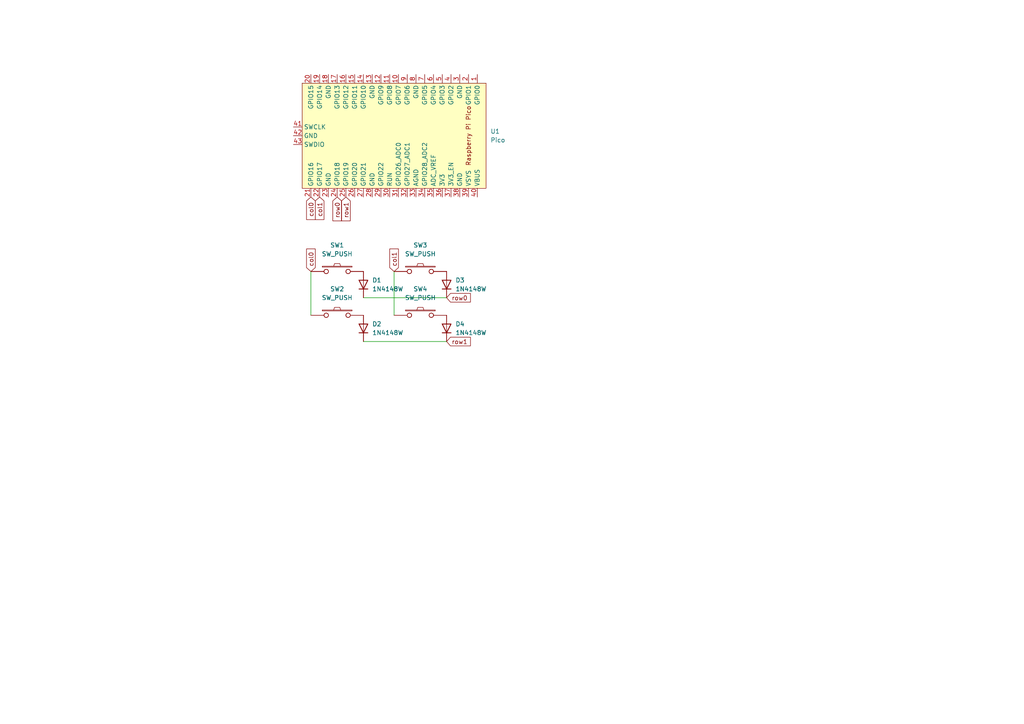
<source format=kicad_sch>
(kicad_sch (version 20211123) (generator eeschema)
  (paper "A4")
  (lib_symbols
    (symbol "Diode:1N4148W" (pin_numbers hide) (pin_names (offset 1.016) hide)
      (property "Reference" "D" (at 0 2.54 0))
      (property "Value" "1N4148W" (at 0 -2.54 0))
      (symbol "1N4148W_0_1"
        (polyline (pts (xy -1.27 1.27) (xy -1.27 -1.27)) (stroke (width 0.254)))
        (polyline (pts (xy 1.27 0) (xy -1.27 0)))
        (polyline (pts (xy 1.27 1.27) (xy 1.27 -1.27) (xy -1.27 0) (xy 1.27 1.27)) (stroke (width 0.254)))
      )
      (symbol "1N4148W_1_1"
        (pin passive line (at -3.81 0 0) (length 2.54) (name "K") (number "1"))
        (pin passive line (at 3.81 0 180) (length 2.54) (name "A") (number "2"))
      )
    )
    (symbol "kbd:SW_PUSH" (pin_numbers hide) (pin_names (offset 1.016) hide)
      (property "Reference" "SW" (at 3.81 2.794 0))
      (property "Value" "SW_PUSH" (at 0 -2.032 0))
      (symbol "SW_PUSH_0_1"
        (rectangle (start -4.318 1.27) (end 4.318 1.524))
        (polyline (pts (xy -1.016 1.524) (xy -0.762 2.286) (xy 0.762 2.286) (xy 1.016 1.524)))
        (pin passive inverted (at -7.62 0 0) (length 5.08) (name "1") (number "1"))
        (pin passive inverted (at 7.62 0 180) (length 5.08) (name "2") (number "2"))
      )
    )
    (symbol "pg1425:Pico"
      (property "Reference" "U" (at -13.97 27.94 0))
      (property "Value" "Pico" (at 0 19.05 0))
      (symbol "Pico_0_0"
        (text "Raspberry Pi Pico" (at 0 21.59 0) (effects (font (size 1.27 1.27))))
      )
      (symbol "Pico_0_1"
        (rectangle (start -15.24 26.67) (end 15.24 -26.67) (fill (type background)))
      )
      (symbol "Pico_1_1"
        (pin bidirectional line (at -17.78 24.13 0) (length 2.54) (name "GPIO0") (number "1"))
        (pin bidirectional line (at -17.78 1.27 0) (length 2.54) (name "GPIO7") (number "10"))
        (pin bidirectional line (at -17.78 -1.27 0) (length 2.54) (name "GPIO8") (number "11"))
        (pin bidirectional line (at -17.78 -3.81 0) (length 2.54) (name "GPIO9") (number "12"))
        (pin power_in line (at -17.78 -6.35 0) (length 2.54) (name "GND") (number "13"))
        (pin bidirectional line (at -17.78 -8.89 0) (length 2.54) (name "GPIO10") (number "14"))
        (pin bidirectional line (at -17.78 -11.43 0) (length 2.54) (name "GPIO11") (number "15"))
        (pin bidirectional line (at -17.78 -13.97 0) (length 2.54) (name "GPIO12") (number "16"))
        (pin bidirectional line (at -17.78 -16.51 0) (length 2.54) (name "GPIO13") (number "17"))
        (pin power_in line (at -17.78 -19.05 0) (length 2.54) (name "GND") (number "18"))
        (pin bidirectional line (at -17.78 -21.59 0) (length 2.54) (name "GPIO14") (number "19"))
        (pin bidirectional line (at -17.78 21.59 0) (length 2.54) (name "GPIO1") (number "2"))
        (pin bidirectional line (at -17.78 -24.13 0) (length 2.54) (name "GPIO15") (number "20"))
        (pin bidirectional line (at 17.78 -24.13 180) (length 2.54) (name "GPIO16") (number "21"))
        (pin bidirectional line (at 17.78 -21.59 180) (length 2.54) (name "GPIO17") (number "22"))
        (pin power_in line (at 17.78 -19.05 180) (length 2.54) (name "GND") (number "23"))
        (pin bidirectional line (at 17.78 -16.51 180) (length 2.54) (name "GPIO18") (number "24"))
        (pin bidirectional line (at 17.78 -13.97 180) (length 2.54) (name "GPIO19") (number "25"))
        (pin bidirectional line (at 17.78 -11.43 180) (length 2.54) (name "GPIO20") (number "26"))
        (pin bidirectional line (at 17.78 -8.89 180) (length 2.54) (name "GPIO21") (number "27"))
        (pin power_in line (at 17.78 -6.35 180) (length 2.54) (name "GND") (number "28"))
        (pin bidirectional line (at 17.78 -3.81 180) (length 2.54) (name "GPIO22") (number "29"))
        (pin power_in line (at -17.78 19.05 0) (length 2.54) (name "GND") (number "3"))
        (pin input line (at 17.78 -1.27 180) (length 2.54) (name "RUN") (number "30"))
        (pin bidirectional line (at 17.78 1.27 180) (length 2.54) (name "GPIO26_ADC0") (number "31"))
        (pin bidirectional line (at 17.78 3.81 180) (length 2.54) (name "GPIO27_ADC1") (number "32"))
        (pin power_in line (at 17.78 6.35 180) (length 2.54) (name "AGND") (number "33"))
        (pin bidirectional line (at 17.78 8.89 180) (length 2.54) (name "GPIO28_ADC2") (number "34"))
        (pin power_in line (at 17.78 11.43 180) (length 2.54) (name "ADC_VREF") (number "35"))
        (pin power_in line (at 17.78 13.97 180) (length 2.54) (name "3V3") (number "36"))
        (pin input line (at 17.78 16.51 180) (length 2.54) (name "3V3_EN") (number "37"))
        (pin bidirectional line (at 17.78 19.05 180) (length 2.54) (name "GND") (number "38"))
        (pin power_in line (at 17.78 21.59 180) (length 2.54) (name "VSYS") (number "39"))
        (pin bidirectional line (at -17.78 16.51 0) (length 2.54) (name "GPIO2") (number "4"))
        (pin power_in line (at 17.78 24.13 180) (length 2.54) (name "VBUS") (number "40"))
        (pin input line (at -2.54 -29.21 90) (length 2.54) (name "SWCLK") (number "41"))
        (pin power_in line (at 0 -29.21 90) (length 2.54) (name "GND") (number "42"))
        (pin bidirectional line (at 2.54 -29.21 90) (length 2.54) (name "SWDIO") (number "43"))
        (pin bidirectional line (at -17.78 13.97 0) (length 2.54) (name "GPIO3") (number "5"))
        (pin bidirectional line (at -17.78 11.43 0) (length 2.54) (name "GPIO4") (number "6"))
        (pin bidirectional line (at -17.78 8.89 0) (length 2.54) (name "GPIO5") (number "7"))
        (pin power_in line (at -17.78 6.35 0) (length 2.54) (name "GND") (number "8"))
        (pin bidirectional line (at -17.78 3.81 0) (length 2.54) (name "GPIO6") (number "9"))
      )
    )
  )
  (wire (pts (xy 114.3 78.74) (xy 114.3 91.44)))
  (wire (pts (xy 90.17 78.74) (xy 90.17 91.44)))
  (wire (pts (xy 105.41 86.36) (xy 129.54 86.36)))
  (wire (pts (xy 105.41 99.06) (xy 129.54 99.06)))
  (global_label "col1" (shape input) (at 92.71 57.15 270) (property "Intersheet References" "${INTERSHEET_REFS}" (effects hide)))
  (global_label "col1" (shape input) (at 114.3 78.74 90) (property "Intersheet References" "${INTERSHEET_REFS}" (effects hide)))
  (global_label "row1" (shape input) (at 129.54 99.06 0) (property "Intersheet References" "${INTERSHEET_REFS}" (effects hide)))
  (global_label "row1" (shape input) (at 100.33 57.15 270) (property "Intersheet References" "${INTERSHEET_REFS}" (effects hide)))
  (global_label "col0" (shape input) (at 90.17 78.74 90) (property "Intersheet References" "${INTERSHEET_REFS}" (effects hide)))
  (global_label "row0" (shape input) (at 129.54 86.36 0) (property "Intersheet References" "${INTERSHEET_REFS}" (effects hide)))
  (global_label "col0" (shape input) (at 90.17 57.15 270) (property "Intersheet References" "${INTERSHEET_REFS}" (effects hide)))
  (global_label "row0" (shape input) (at 97.79 57.15 270) (property "Intersheet References" "${INTERSHEET_REFS}" (effects hide)))
  (symbol (lib_id "Diode:1N4148W") (at 129.54 82.55 90) (unit 1)
    (property "Reference" "D3" (at 132.08 81.2799 90) (effects (justify right)))
    (property "Value" "1N4148W" (at 132.08 83.8199 90) (effects (justify right)))
    (property "Footprint" "Diode_SMD:D_SOD-123" (effects hide))
    (property "Datasheet" "https://www.vishay.com/docs/85748/1n4148w.pdf" (effects hide))
  )
  (symbol (lib_id "Diode:1N4148W") (at 105.41 95.25 90) (unit 1)
    (property "Reference" "D2" (at 107.95 93.9799 90) (effects (justify right)))
    (property "Value" "1N4148W" (at 107.95 96.5199 90) (effects (justify right)))
    (property "Footprint" "Diode_SMD:D_SOD-123" (effects hide))
    (property "Datasheet" "https://www.vishay.com/docs/85748/1n4148w.pdf" (effects hide))
  )
  (symbol (lib_id "Diode:1N4148W") (at 129.54 95.25 90) (unit 1)
    (property "Reference" "D4" (at 132.08 93.9799 90) (effects (justify right)))
    (property "Value" "1N4148W" (at 132.08 96.5199 90) (effects (justify right)))
    (property "Footprint" "Diode_SMD:D_SOD-123" (effects hide))
    (property "Datasheet" "https://www.vishay.com/docs/85748/1n4148w.pdf" (effects hide))
  )
  (symbol (lib_id "pg1425:Pico") (at 114.3 39.37 270) (unit 1)
    (property "Reference" "U1" (at 142.24 38.0999 90) (effects (justify left)))
    (property "Value" "Pico" (at 142.24 40.6399 90) (effects (justify left)))
    (property "Footprint" "RPi-Pico:RPi_Pico_SMD_TH" (effects hide))
  )
  (symbol (lib_id "kbd:SW_PUSH") (at 121.92 91.44 0) (unit 1)
    (property "Reference" "SW4" (at 121.92 83.82 0))
    (property "Value" "SW_PUSH" (at 121.92 86.36 0))
    (property "Footprint" "pg1425:Kailh-PG1425-X-Switch" (effects hide))
  )
  (symbol (lib_id "kbd:SW_PUSH") (at 121.92 78.74 0) (unit 1)
    (property "Reference" "SW3" (at 121.92 71.12 0))
    (property "Value" "SW_PUSH" (at 121.92 73.66 0))
    (property "Footprint" "pg1425:Kailh-PG1425-X-Switch" (effects hide))
  )
  (symbol (lib_id "kbd:SW_PUSH") (at 97.79 91.44 0) (unit 1)
    (property "Reference" "SW2" (at 97.79 83.82 0))
    (property "Value" "SW_PUSH" (at 97.79 86.36 0))
    (property "Footprint" "pg1425:Kailh-PG1425-X-Switch" (effects hide))
  )
  (symbol (lib_id "Diode:1N4148W") (at 105.41 82.55 90) (unit 1)
    (property "Reference" "D1" (at 107.95 81.2799 90) (effects (justify right)))
    (property "Value" "1N4148W" (at 107.95 83.8199 90) (effects (justify right)))
    (property "Footprint" "Diode_SMD:D_SOD-123" (effects hide))
    (property "Datasheet" "https://www.vishay.com/docs/85748/1n4148w.pdf" (effects hide))
  )
  (symbol (lib_id "kbd:SW_PUSH") (at 97.79 78.74 0) (unit 1)
    (property "Reference" "SW1" (at 97.79 71.12 0))
    (property "Value" "SW_PUSH" (at 97.79 73.66 0))
    (property "Footprint" "pg1425:Kailh-PG1425-X-Switch" (effects hide))
  )
)
</source>
